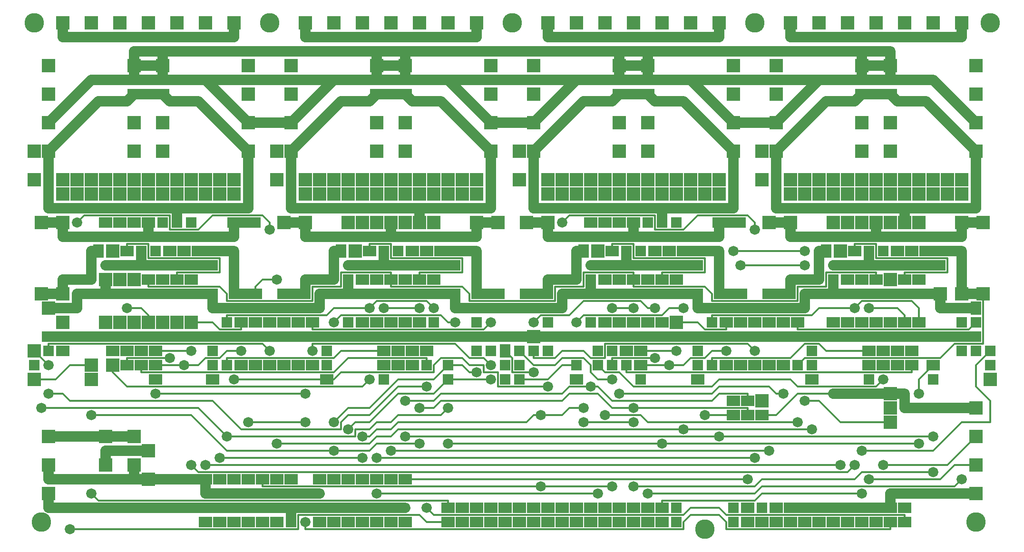
<source format=gbl>
%MOIN*%
%FSLAX25Y25*%
G04 D10 used for Character Trace; *
G04     Circle (OD=.00800) (No hole)*
G04 D11 used for Power Trace; *
G04     Circle (OD=.07200) (No hole)*
G04 D12 used for Signal Trace; *
G04     Circle (OD=.01200) (No hole)*
G04 D13 used for Via; *
G04     Circle (OD=.07200) (Round. Hole ID=.02000)*
G04 D14 used for Pad (shaved all sides); *
G04     Rect. (X=.07200, Y=.07200) (Round. Hole ID=.02700)*
G04 D15 used for Pad (shaved E/W); *
G04     Rect. (X=.07200, Y=.09200) (Round. Hole ID=.02700)*
G04 D16 used for Pad (shaved N/S); *
G04     Rect. (X=.09200, Y=.07200) (Round. Hole ID=.02700)*
G04 D17 used for Pad (not shaved); *
G04     Rect. (X=.09200, Y=.09200) (Round. Hole ID=.02700)*
G04 D18 used for Pad (shaved all sides); *
G04     Rect. (X=.07200, Y=.07200) (Round. Hole ID=.03400)*
G04 D19 used for Pad (shaved E/W); *
G04     Rect. (X=.07200, Y=.09200) (Round. Hole ID=.03400)*
G04 D20 used for Pad (shaved N/S); *
G04     Rect. (X=.09200, Y=.07200) (Round. Hole ID=.03400)*
G04 D21 used for Pad (not shaved); *
G04     Rect. (X=.09200, Y=.09200) (Round. Hole ID=.03400)*
G04 D22 used for Pad (shaved all sides); *
G04     Rect. (X=.07200, Y=.07200) (Round. Hole ID=.04400)*
G04 D23 used for Pad (shaved E/W); *
G04     Rect. (X=.07200, Y=.09200) (Round. Hole ID=.04400)*
G04 D24 used for Pad (shaved N/S); *
G04     Rect. (X=.09200, Y=.07200) (Round. Hole ID=.04400)*
G04 D25 used for Pad (not shaved); *
G04     Rect. (X=.09200, Y=.09200) (Round. Hole ID=.04400)*
G04 D26 used for Pad (shaved all sides); *
G04     Rect. (X=.07200, Y=.07200) (Round. Hole ID=.05150)*
G04 D27 used for Pad (shaved E/W); *
G04     Rect. (X=.07200, Y=.09200) (Round. Hole ID=.05150)*
G04 D28 used for Pad (shaved N/S); *
G04     Rect. (X=.09200, Y=.07200) (Round. Hole ID=.05150)*
G04 D29 used for Pad (not shaved); *
G04     Rect. (X=.09200, Y=.09200) (Round. Hole ID=.05150)*
G04 D30 used for Component hole; *
G04     Circle (OD=.09800) (Round. Hole ID=.07800)*
G04 D31 used for Component hole; *
G04     Circle (OD=.13700) (Round. Hole ID=.11700)*
G04 D32 used for Component hole; *
G04     Circle (OD=.16400) (Round. Hole ID=.14400)*
G04 D33 used for Component hole; *
G04     Circle (OD=.22500) (Round. Hole ID=.20500)*
%ADD10C,.00800*%
%ADD11C,.07200*%
%ADD12C,.01200*%
%ADD13C,.07200*%
%ADD14R,.07200X.07200*%
%ADD15R,.07200X.09200*%
%ADD16R,.09200X.07200*%
%ADD17R,.09200X.09200*%
%ADD18R,.07200X.07200*%
%ADD19R,.07200X.09200*%
%ADD20R,.09200X.07200*%
%ADD21R,.09200X.09200*%
%ADD22R,.07200X.07200*%
%ADD23R,.07200X.09200*%
%ADD24R,.09200X.07200*%
%ADD25R,.09200X.09200*%
%ADD26R,.07200X.07200*%
%ADD27R,.07200X.09200*%
%ADD28R,.09200X.07200*%
%ADD29R,.09200X.09200*%
%ADD30C,.09800*%
%ADD31C,.13700*%
%ADD32C,.16400*%
%ADD33C,.22500*%
%LPD*%
G90*X0Y0D02*D31*X15000Y20000D03*D11*              
X20000Y30000D02*X40000D01*D13*D03*D11*X60000D01*  
D13*D03*D11*X90000D01*D20*D03*D11*X190000D01*     
Y20000D01*D14*D03*D12*X35000Y15000D02*X195000D01* 
D13*X35000D03*D11*X20000Y30000D02*Y40000D01*D25*  
D03*D11*Y50000D02*X80000D01*X90000D01*D21*D03*D11*
X130000D01*D16*D03*D11*Y40000D01*X210000D01*D13*  
D03*D16*X220000Y50000D03*X210000D03*D12*          
X195000Y15000D02*Y25000D01*D13*X200000Y20000D03*  
D12*Y15000D01*X465000D01*Y20000D01*               
X470000Y25000D01*X490000D01*X495000Y20000D01*     
Y15000D01*X610000D01*Y20000D01*D20*D03*           
X620000Y30000D03*X600000D03*D11*X590000D01*D20*   
D03*D11*X580000D01*D20*D03*D11*X570000D01*D20*D03*
D11*X560000D01*D20*D03*D11*X550000D01*D20*D03*D11*
X540000D01*D20*D03*X550000Y20000D03*X530000D03*   
Y30000D03*X540000Y20000D03*D12*X515000Y45000D02*  
X520000Y50000D01*X430000Y45000D02*X515000D01*D13* 
X430000D03*X440000Y40000D03*D12*X515000D01*       
X520000Y45000D01*X655000D01*X660000Y50000D01*D13* 
D03*D25*X670000Y40000D03*D11*X650000D01*D13*D03*  
D11*X610000D01*Y30000D01*D20*D03*D11*X600000D01*  
D13*X590000Y40000D03*D12*X520000D01*              
X515000Y35000D01*X450000D01*Y30000D01*D20*D03*D18*
X460000Y20000D03*D20*X440000D03*D18*              
X460000Y30000D03*D20*X440000D03*X450000Y20000D03* 
D12*X290000Y25000D02*X465000D01*X290000D02*       
X285000Y30000D01*D13*D03*D12*Y20000D02*           
X280000Y25000D01*X285000Y20000D02*X300000D01*D20* 
D03*X310000Y30000D03*Y20000D03*X300000Y30000D03*  
D12*Y35000D01*X55000D01*X50000Y40000D01*D13*D03*  
D17*X60000Y60000D03*D11*Y70000D01*X90000D01*D21*  
D03*X80000Y80000D03*D11*X60000D01*D17*D03*D11*    
X20000D01*D25*D03*Y60000D03*D11*Y50000D01*D13*    
X50000Y95000D03*D12*X120000D01*X145000Y70000D01*  
X220000D01*D13*D03*D12*X245000D01*                
X250000Y75000D01*X280000D01*D13*D03*              
X270000Y80000D03*D12*X490000D01*D13*D03*D12*      
X640000D01*D13*D03*D12*X590000Y70000D02*          
X640000D01*D13*X590000D03*X585000Y60000D03*D12*   
X580000Y55000D01*X125000D01*X120000Y60000D01*D13* 
D03*X130000D03*D12*X575000D01*D13*D03*D12*        
X520000Y50000D02*X585000D01*D13*X510000D03*D12*   
X270000D01*D16*D03*X260000D03*D13*                
X250000Y65000D03*D12*X515000D01*D13*D03*          
X525000Y70000D03*D12*X260000D01*D13*D03*D12*      
X245000Y75000D02*X250000Y80000D01*                
X180000Y75000D02*X245000D01*D13*X180000D03*       
X160000Y90000D03*D12*X200000D01*D13*D03*          
X220000D03*D12*X230000Y100000D01*X245000D01*      
X265000Y120000D01*X290000D01*X300000Y130000D01*   
D14*D03*D12*X310000D01*X315000Y125000D01*         
X320000D01*D13*D03*D12*X325000D02*Y130000D01*     
Y125000D02*X335000D01*Y115000D01*X370000D01*D13*  
D03*D12*X350000Y120000D02*X370000D01*D14*         
X350000D03*D12*X345000Y125000D02*X360000D01*D13*  
D03*D12*Y130000D02*X375000D01*X380000Y135000D01*  
X395000D01*X400000Y130000D01*Y125000D01*          
X405000Y120000D01*X415000D01*D13*D03*D12*         
X430000Y115000D02*X420000Y125000D01*              
X430000Y115000D02*X485000D01*X490000Y120000D01*   
X540000D01*X545000Y115000D01*X600000D01*          
X605000Y120000D01*D13*D03*D20*X615000Y130000D03*  
D16*X595000D03*D20*X605000D03*D14*                
X595000Y120000D03*D21*X610000Y110000D03*D11*      
X570000D01*D13*D03*D12*X545000D01*                
X530000Y95000D01*X520000D01*D20*D03*              
X510000Y105000D03*D12*Y110000D01*X490000D01*      
X485000Y105000D01*X415000D01*X405000Y115000D01*   
X400000D01*D13*D03*D12*X385000D01*                
X380000Y110000D01*X295000D01*X290000Y105000D01*   
X270000D01*D13*D03*D12*X245000Y90000D02*          
X265000Y110000D01*X235000Y90000D02*X245000D01*    
X230000Y85000D02*X235000Y90000D01*D13*            
X230000Y85000D03*D12*X145000Y80000D02*X235000D01* 
D13*X145000D03*D12*X125000Y100000D01*X15000D01*   
D13*D03*X20000Y110000D03*D12*X30000D01*           
X35000Y105000D01*X135000D01*X155000Y85000D01*     
X225000D01*Y90000D01*X230000Y95000D01*X245000D01* 
X265000Y115000D01*X285000D01*D13*D03*D12*         
X265000Y110000D02*X290000D01*D14*                 
X255000Y120000D03*D13*X280000Y100000D03*D12*      
X290000D01*X295000Y105000D01*X380000D01*          
X385000Y110000D01*X405000D01*X415000Y100000D01*   
X430000D01*D13*D03*D12*X510000D01*Y95000D01*D20*  
D03*D21*X520000Y105000D03*D20*X500000D03*         
Y95000D03*D12*X480000D01*D13*D03*D12*             
X420000Y110000D02*X485000D01*D13*X420000D03*D12*  
X440000Y90000D02*X435000Y95000D01*                
X440000Y90000D02*X545000D01*D13*D03*              
X555000Y85000D03*D12*X465000D01*D13*D03*D12*      
X265000D01*X260000Y80000D01*X250000D01*           
X235000Y85000D02*X245000D01*X235000Y80000D02*     
Y85000D01*D13*X240000Y80000D03*D12*X245000D01*    
X250000Y85000D01*X260000D01*X265000Y90000D01*     
X355000D01*X360000Y95000D01*X365000D01*D13*D03*   
D12*X380000D01*X385000Y100000D01*X395000D01*D13*  
D03*Y90000D03*D12*X430000D01*D13*D03*D12*         
X410000Y95000D02*X435000D01*D13*X410000D03*D14*   
X435000Y120000D03*D16*X390000D03*D12*             
X425000Y125000D02*X625000D01*Y130000D01*D20*D03*  
X615000Y140000D03*X625000D03*D12*                 
X630000Y110000D02*Y120000D01*D13*Y110000D03*D14*  
X640000Y120000D03*D11*X620000Y100000D02*          
X670000D01*D25*D03*D12*X660000Y90000D02*          
X680000D01*X640000Y70000D02*X660000Y90000D01*     
X605000Y60000D02*X650000D01*D13*X605000D03*       
X595000Y50000D03*D12*X645000D01*X655000Y60000D01* 
X670000D01*D25*D03*Y80000D03*D12*X650000Y60000D01*
D13*X640000Y55000D03*D12*X590000D01*              
X585000Y50000D01*D20*X560000Y20000D03*X570000D03* 
X580000D03*X590000D03*X600000D03*X620000D03*D12*  
Y25000D01*X495000D01*X490000Y30000D01*X470000D01* 
X465000Y25000D01*D31*X480000Y15000D03*D18*        
X500000Y20000D03*D20*X430000Y30000D03*D18*        
X500000D03*D20*X430000Y20000D03*X510000D03*       
X420000Y30000D03*X510000D03*X420000Y20000D03*D13* 
X415000Y45000D03*D12*X365000D01*D13*D03*D12*      
X170000D01*Y50000D01*D16*D03*X180000D03*          
X160000D03*D11*X190000Y30000D02*X270000D01*D13*   
D03*D16*X260000Y20000D03*D12*X195000Y25000D02*    
X280000D01*D16*X210000Y20000D03*X180000D03*       
X220000D03*X190000Y50000D03*X170000Y20000D03*     
X230000D03*X160000D03*X230000Y50000D03*X150000D03*
X240000Y20000D03*X150000D03*X240000Y50000D03*D13* 
Y65000D03*D12*X140000D01*D13*D03*D16*Y50000D03*   
D13*X95000Y110000D03*D12*X200000D01*D13*D03*D16*  
X215000Y120000D03*D12*X150000D01*D13*D03*D16*     
X155000Y130000D03*D14*X145000D03*D12*Y135000D01*  
X220000D01*X225000Y140000D01*X255000D01*D16*D03*  
D20*X265000Y130000D03*D13*X260000Y150000D03*D11*  
X230000D01*D13*D03*D11*X215000D01*D13*D03*D11*    
X165000D01*D13*D03*D11*X130000D01*D13*D03*D11*    
X60000D01*D13*D03*D11*X20000D01*D16*D03*D12*      
Y140000D02*Y145000D01*D18*Y140000D03*D12*         
Y145000D02*X170000D01*X175000Y140000D01*D13*D03*  
D16*X185000Y130000D03*X165000D03*X175000D03*      
X195000Y160000D03*X155000D03*D12*Y155000D01*      
X140000D01*X135000Y160000D01*X120000D01*D17*D03*  
X110000D03*D11*X135000Y170000D02*X165000D01*D13*  
D03*D11*X210000D01*Y180000D01*D13*D03*D11*        
X230000D01*X305000D01*D14*D03*D11*Y170000D01*     
X330000D01*D16*D03*D11*X360000D01*D14*D03*D11*    
X380000D01*Y180000D01*D13*D03*D11*X400000D01*     
X475000D01*D14*D03*D11*Y170000D01*X505000D01*D13* 
D03*D11*X525000D01*D13*D03*D11*X550000D01*        
Y180000D01*D13*D03*D11*X570000D01*X645000D01*D17* 
D03*D11*Y170000D01*X650000D01*D13*D03*D11*        
X670000D01*D15*D03*D21*X660000Y180000D03*D11*     
X675000D01*D21*D03*D12*Y145000D01*X655000D01*     
X645000Y135000D01*X550000D01*X545000Y130000D01*   
D14*D03*D12*X485000Y135000D02*X540000D01*         
X485000Y130000D02*Y135000D01*D14*Y130000D03*D12*  
X470000Y135000D02*X480000D01*X465000Y130000D02*   
X470000Y135000D01*X455000Y130000D02*X465000D01*   
D13*X455000D03*D12*X435000D01*D16*D03*D20*        
X425000Y140000D03*D16*X435000D03*D12*X460000D01*  
D13*D03*D14*X475000Y130000D03*Y140000D03*D13*     
X445000Y135000D03*D12*X415000D01*Y130000D01*D18*  
D03*D12*X410000Y125000D02*X420000D01*X410000D02*  
X405000Y130000D01*D18*D03*D12*X400000Y135000D02*  
X410000D01*X400000D02*X395000Y140000D01*          
X380000D01*X375000Y135000D01*X360000D01*          
Y140000D01*D18*D03*D14*X350000Y130000D03*D18*     
X370000Y140000D03*D17*X360000Y150000D03*D11*      
X330000D01*D14*D03*D11*X260000D01*D16*            
X270000Y160000D03*X250000D03*X260000D03*D20*      
X265000Y140000D03*X275000D03*D13*                 
X280000Y170000D03*D12*X255000D01*D13*D03*D12*     
X245000D02*X250000Y175000D01*D13*                 
X245000Y170000D03*D12*X220000D01*                 
X215000Y165000D01*X145000D01*Y160000D01*D14*D03*  
D11*X135000Y170000D02*Y180000D01*D14*D03*D11*     
X60000D01*X40000D01*D13*D03*D11*Y170000D01*       
X20000D01*D17*D03*X30000Y160000D03*D21*Y180000D03*
D11*X15000D01*D21*D03*D11*X30000D02*Y190000D01*   
X50000D01*Y210000D01*X55000D01*D23*D03*D25*       
X65000D03*D13*X60000Y200000D03*D11*X85000D01*     
X135000D01*D14*D03*D12*X110000Y195000D02*         
X140000D01*X110000Y190000D02*Y195000D01*D16*      
Y190000D03*X120000D03*X100000D03*D24*             
X125000Y210000D03*D11*X150000D01*Y180000D01*D18*  
D03*D11*X165000D01*D20*D03*D12*Y185000D01*        
X170000Y190000D01*X180000D01*D13*D03*D20*         
X185000Y180000D03*D11*X200000D01*D18*D03*D11*     
Y190000D01*X220000D01*Y210000D01*X225000D01*D23*  
D03*D25*X235000D03*D13*X230000Y200000D03*D11*     
X255000D01*X305000D01*D14*D03*D12*                
X280000Y195000D02*X310000D01*X280000Y190000D02*   
Y195000D01*D16*Y190000D03*X290000D03*X270000D03*  
D12*X290000Y170000D02*X285000Y175000D01*D13*      
X290000Y170000D03*D12*X300000Y160000D02*          
X295000Y165000D01*X300000Y160000D02*X305000D01*   
D13*D03*D12*X225000Y165000D02*X295000D01*         
X220000Y160000D02*X225000Y165000D01*D13*          
X220000Y160000D03*D14*X230000D03*D12*             
X145000Y175000D02*X205000D01*X145000D02*          
Y180000D01*X140000Y185000D01*X90000D01*Y190000D01*
D16*D03*D17*X80000D03*D11*X85000Y200000D02*       
Y210000D01*D22*D03*D12*X90000Y205000D02*          
X140000D01*Y195000D01*D24*X115000Y210000D03*D11*  
X90000Y220000D02*X150000D01*X30000D02*X90000D01*  
X30000D02*Y230000D01*D21*D03*D11*X15000D01*D21*   
D03*D11*X20000Y240000D02*X110000D01*Y230000D01*   
D22*D03*D12*X105000Y225000D02*Y235000D01*         
Y225000D02*X125000D01*X135000Y235000D01*          
X170000D01*X175000Y230000D01*Y225000D01*D13*D03*  
D18*X165000Y230000D03*D11*X150000D01*D20*D03*D11* 
Y220000D01*X110000Y240000D02*X160000D01*D12*      
X45000Y235000D02*X105000D01*X40000Y230000D02*     
X45000Y235000D01*D13*X40000Y230000D03*D21*        
X60000Y250000D03*X50000D03*D11*X20000Y240000D02*  
Y280000D01*D21*D03*D11*X55000Y315000D01*D13*D03*  
D11*X75000D01*X80000Y320000D01*D20*D03*D11*       
X100000D01*D20*D03*D11*X105000Y315000D01*         
X125000D01*D13*D03*D11*X160000Y280000D01*D21*D03* 
D11*Y240000D01*D21*X150000Y250000D03*D17*         
X180000Y260000D03*D21*X140000D03*Y250000D03*      
X150000Y260000D03*X185000Y230000D03*D11*          
X200000D01*D21*D03*D11*Y220000D01*X260000D01*     
X320000D01*Y230000D01*D21*D03*D11*X335000D01*D21* 
D03*D11*X280000Y240000D02*X330000D01*             
X280000Y230000D02*Y240000D01*D25*Y230000D03*      
X290000D03*D11*X190000Y240000D02*X280000D01*      
X190000D02*Y280000D01*D21*D03*D11*                
X225000Y315000D01*D13*D03*D11*X245000D01*         
X250000Y320000D01*D20*D03*D11*X270000D01*D20*D03* 
D11*X275000Y315000D01*X295000D01*D13*D03*D11*     
X330000Y280000D01*D21*D03*D11*Y240000D01*D21*     
X320000Y250000D03*D17*X350000Y260000D03*D21*      
X310000D03*Y250000D03*X320000Y260000D03*          
X355000Y230000D03*D11*X370000D01*D21*D03*D11*     
Y220000D01*X430000D01*X490000D01*Y230000D01*D20*  
D03*D11*X505000D01*D18*D03*D12*X515000D02*        
X510000Y235000D01*X515000Y225000D02*Y230000D01*   
D13*Y225000D03*D21*X525000Y230000D03*D11*         
X540000D01*D21*D03*D11*Y220000D01*X600000D01*     
X660000D01*Y230000D01*D21*D03*D11*X675000D01*D21* 
D03*D11*X620000Y240000D02*X670000D01*             
X620000Y230000D02*Y240000D01*D25*Y230000D03*      
X630000D03*D11*X530000Y240000D02*X620000D01*      
X530000D02*Y280000D01*D21*D03*D11*                
X565000Y315000D01*D13*D03*D11*X585000D01*         
X590000Y320000D01*D20*D03*D11*X610000D01*D20*D03* 
D11*X615000Y315000D01*X635000D01*D13*D03*D11*     
X670000Y280000D01*D21*D03*D11*Y240000D01*D21*     
X660000Y250000D03*X650000Y260000D03*Y250000D03*   
X660000Y260000D03*X640000D03*Y250000D03*D11*      
X660000Y180000D02*Y210000D01*D12*                 
X620000Y195000D02*X650000D01*X620000Y190000D02*   
Y195000D01*D16*Y190000D03*X630000D03*D17*         
X610000D03*D12*X630000Y170000D02*                 
X625000Y175000D01*X630000Y160000D02*Y170000D01*   
D16*Y160000D03*D12*X620000D02*Y165000D01*D16*     
Y160000D03*D12*Y165000D02*X615000Y170000D01*      
X595000D01*D13*D03*D12*X585000D02*                
X590000Y175000D01*D13*X585000Y170000D03*D12*      
X560000D01*X555000Y165000D01*X485000D01*          
Y160000D01*D14*D03*D12*X480000Y155000D02*         
X495000D01*Y160000D01*D16*D03*D13*                
X505000Y150000D03*D11*X475000D01*D13*D03*D11*     
X400000D01*D13*D03*D11*X390000D01*D13*D03*D11*    
X360000D01*D14*X370000Y160000D03*D18*             
X350000Y140000D03*D12*X360000Y130000D01*          
X370000Y120000D02*X380000Y130000D01*X390000D01*   
D14*D03*D18*X405000Y140000D03*D12*                
X410000Y135000D02*Y145000D01*X510000D01*          
X515000Y140000D01*D13*D03*D16*X525000Y130000D03*  
D11*X505000Y150000D02*X555000D01*D13*D03*D11*     
X570000D01*D13*D03*D11*X600000D01*D13*D03*D11*    
X670000D01*D14*D03*D12*X545000Y155000D02*         
X665000D01*X545000D02*Y160000D01*D16*D03*         
X535000D03*D12*X565000Y140000D02*                 
X560000Y145000D01*X565000Y140000D02*X595000D01*   
D16*D03*D20*X605000D03*D16*X610000Y160000D03*     
X600000D03*X590000D03*X580000D03*X570000D03*D11*  
X610000Y110000D02*X620000D01*D13*D03*D11*         
Y100000D01*D21*X610000Y90000D03*D12*X575000D01*   
X560000Y105000D01*X550000D01*D13*D03*D16*         
X555000Y120000D03*D13*X535000Y110000D03*D12*      
X530000D01*X525000Y115000D01*X490000D01*          
X485000Y110000D01*D16*X475000Y120000D03*          
X505000Y130000D03*X495000D03*D12*                 
X480000Y135000D02*X485000Y140000D01*X495000D01*   
D13*D03*D12*X480000Y155000D02*X475000Y160000D01*  
X460000D01*D17*D03*D13*X465000Y170000D03*D12*     
X455000D01*X450000Y165000D01*X395000D01*          
X390000Y160000D01*D13*D03*D12*X365000Y165000D02*  
X385000D01*X360000Y160000D02*X365000Y165000D01*   
D13*X360000Y160000D03*D12*X315000Y175000D02*      
X375000D01*X315000D02*Y180000D01*                 
X310000Y185000D01*X260000D01*Y190000D01*D16*D03*  
D12*Y195000D01*X225000D01*Y185000D01*X205000D01*  
Y175000D01*D16*Y160000D03*D12*Y155000D01*         
X325000D01*X330000Y160000D01*D13*D03*D14*         
X320000D03*D18*Y140000D03*D20*X335000Y180000D03*  
D11*X320000D01*D18*D03*D11*Y210000D01*X295000D01* 
D24*D03*X285000D03*D12*X310000Y195000D02*         
Y205000D01*X260000D01*Y215000D01*X245000D01*      
Y210000D01*D24*D03*D11*X255000Y200000D02*         
Y210000D01*D22*D03*D11*X260000Y220000D02*         
Y230000D01*D25*D03*X270000D03*X250000D03*D21*     
X280000Y250000D03*X240000D03*X270000D03*          
X260000D03*D25*X240000Y230000D03*D22*             
X265000Y210000D03*D21*X250000Y250000D03*D24*      
X275000Y210000D03*D21*X290000Y260000D03*          
X230000D03*X280000D03*X230000Y250000D03*          
X270000Y260000D03*X260000D03*D25*                 
X230000Y230000D03*D21*X250000Y260000D03*          
X290000Y250000D03*X240000Y260000D03*X220000D03*   
D14*X230000Y190000D03*D11*Y180000D01*D16*         
X240000Y190000D03*D12*X250000Y175000D02*          
X285000D01*D16*X280000Y160000D03*D14*X290000D03*  
D12*X315000Y135000D02*X305000Y145000D01*          
X315000Y135000D02*X325000D01*X330000Y130000D01*   
D13*D03*D12*X315000D02*X325000D01*X315000D02*     
X310000Y135000D01*X295000D01*X290000Y130000D01*   
Y125000D01*X225000D01*X220000Y120000D01*          
X215000D01*X85000Y125000D02*X220000D01*X85000D02* 
Y130000D01*D20*D03*D16*X95000Y120000D03*          
Y140000D03*D12*X120000D01*D13*D03*D12*            
X125000Y130000D02*X130000Y135000D01*              
X115000Y130000D02*X125000D01*D13*X115000D03*D12*  
X95000D01*D16*D03*D20*X85000Y140000D03*D13*       
X105000Y135000D03*D12*X75000D01*Y130000D01*D20*   
D03*X65000Y140000D03*X75000D03*D21*               
X65000Y130000D03*D12*Y125000D01*X75000Y115000D01* 
X240000D01*X245000Y120000D01*D13*D03*D16*         
X255000Y130000D03*D12*X220000Y125000D02*          
X230000Y135000D01*D14*X215000Y130000D03*D12*      
X230000Y135000D02*X285000D01*Y130000D01*D18*D03*  
D20*Y140000D03*X275000Y130000D03*D14*             
X300000Y120000D03*D12*X290000Y110000D01*D13*      
X300000Y100000D03*D12*X295000Y95000D01*X265000D01*
X260000Y90000D01*X250000D01*X245000Y85000D01*D16* 
X250000Y50000D03*D13*Y40000D03*D12*X405000D01*D13*
D03*D20*X400000Y30000D03*X410000D03*X390000D03*   
Y20000D03*X400000D03*X410000D03*X380000Y30000D03* 
Y20000D03*X370000Y30000D03*Y20000D03*             
X360000Y30000D03*Y20000D03*D13*X450000Y75000D03*  
D12*X300000D01*D13*D03*D14*X340000Y120000D03*D13* 
X330000D03*D12*X300000D01*X205000Y145000D02*      
X305000D01*X205000Y140000D02*Y145000D01*D13*      
Y140000D03*D16*X195000Y130000D03*D14*             
X215000Y140000D03*D16*X205000Y130000D03*          
X185000Y160000D03*X175000D03*X240000D03*          
X165000D03*X250000Y190000D03*D13*                 
X155000Y140000D03*D12*X145000D01*                 
X140000Y135000D01*X130000D01*D14*                 
X135000Y130000D03*Y140000D03*D16*Y120000D03*D17*  
X100000Y160000D03*D12*X90000D02*Y165000D01*D17*   
Y160000D03*D12*Y165000D02*X85000Y170000D01*       
X75000D01*D13*D03*D17*X70000Y160000D03*X80000D03* 
D11*X60000Y180000D02*Y190000D01*D17*D03*X70000D03*
D24*X75000Y210000D03*D12*Y215000D01*X90000D01*    
Y205000D01*D22*X95000Y210000D03*D11*              
X90000Y220000D02*Y230000D01*D24*D03*D22*          
X100000D03*D24*X80000D03*D21*X110000Y250000D03*   
X70000D03*X100000D03*X90000D03*D24*               
X70000Y230000D03*D21*X80000Y250000D03*D24*        
X105000Y210000D03*D21*X120000Y260000D03*X60000D03*
X110000D03*X100000D03*D22*X120000Y230000D03*D21*  
X90000Y260000D03*D24*X60000Y230000D03*D21*        
X80000Y260000D03*X120000Y250000D03*               
X70000Y260000D03*X50000D03*X130000Y250000D03*     
Y260000D03*X40000D03*Y250000D03*X100000Y280000D03*
X80000D03*X30000Y260000D03*Y250000D03*            
X160000Y300000D03*D11*X190000D01*D21*D03*D11*     
X220000Y330000D01*X130000D01*X160000Y300000D01*   
D17*X180000Y280000D03*D21*X160000Y320000D03*D11*  
X100000Y330000D02*X130000D01*X80000D02*X100000D01*
X50000D02*X80000D01*X20000Y300000D02*             
X50000Y330000D01*D21*X20000Y300000D03*D17*        
X10000Y280000D03*D21*X20000Y320000D03*D17*        
X10000Y260000D03*D21*X20000Y340000D03*D13*        
X55000Y360000D03*D11*X30000D01*Y370000D01*D25*D03*
X50000D03*D31*X10000D03*D11*X55000Y360000D02*     
X125000D01*D13*D03*D11*X150000D01*Y370000D01*D25* 
D03*X130000D03*D31*X175000D03*D21*                
X160000Y340000D03*X190000D03*D25*                 
X110000Y370000D03*D11*X200000Y360000D02*          
X225000D01*D13*D03*D11*X295000D01*D13*D03*D11*    
X320000D01*Y370000D01*D25*D03*X300000D03*D31*     
X345000D03*D21*X330000Y340000D03*X360000D03*D11*  
X330000Y300000D02*X300000Y330000D01*D21*          
X330000Y300000D03*D11*X360000D01*D21*D03*D11*     
X390000Y330000D01*X300000D01*X270000D01*          
X250000D01*X220000D01*D21*X250000Y300000D03*D11*  
Y330000D02*Y340000D01*D21*D03*D11*X270000D01*D21* 
D03*D11*Y330000D01*Y340000D02*Y350000D01*         
X250000D01*Y340000D01*X100000Y350000D02*          
X250000D01*X100000Y340000D02*Y350000D01*D21*      
Y340000D03*D11*Y330000D01*X80000Y340000D02*       
X100000D01*D21*X80000D03*D11*Y330000D01*          
Y340000D02*Y350000D01*X100000D01*D25*             
X90000Y370000D03*X70000D03*D21*X80000Y300000D03*  
X100000D03*X190000Y320000D03*X200000Y250000D03*   
Y260000D03*D11*Y360000D02*Y370000D01*D25*D03*     
X220000D03*X240000D03*X260000D03*D21*             
X270000Y300000D03*D11*Y350000D02*X420000D01*      
Y340000D01*D21*D03*D11*Y330000D01*X390000D01*D13* 
X395000Y315000D03*D11*X360000Y280000D01*D21*D03*  
D11*Y240000D01*X450000D01*Y230000D01*D22*D03*D12* 
X445000Y225000D02*Y235000D01*Y225000D02*          
X465000D01*X475000Y235000D01*X510000D01*D11*      
X450000Y240000D02*X500000D01*D12*                 
X385000Y235000D02*X445000D01*X380000Y230000D02*   
X385000Y235000D01*D13*X380000Y230000D03*D21*      
X400000Y250000D03*X390000D03*D24*                 
X400000Y230000D03*D21*X380000Y250000D03*          
X370000D03*D11*X390000Y190000D02*Y210000D01*      
X370000Y190000D02*X390000D01*X370000Y180000D02*   
Y190000D01*D18*Y180000D03*D11*X355000D01*D20*D03* 
D12*X375000Y175000D02*Y185000D01*X395000D01*      
Y195000D01*X430000D01*Y190000D01*D16*D03*D12*     
Y185000D01*X480000D01*X485000Y180000D01*          
Y175000D01*X545000D01*Y185000D01*X565000D01*      
Y195000D01*X600000D01*Y190000D01*D16*D03*         
X590000D03*D11*X570000Y200000D02*X595000D01*D13*  
X570000D03*D16*X580000Y190000D03*D11*X560000D02*  
Y210000D01*X540000Y190000D02*X560000D01*          
X540000Y180000D02*Y190000D01*D18*Y180000D03*D11*  
X525000D01*D20*D03*D13*X505000Y200000D03*D12*     
X550000D01*D13*D03*D11*X560000Y210000D02*         
X565000D01*D23*D03*D25*X575000D03*D13*X550000D03* 
D12*X500000D01*D13*D03*D11*X490000Y180000D02*     
Y210000D01*D18*Y180000D03*D11*X505000D01*D20*D03* 
D16*X525000Y160000D03*X505000D03*X515000D03*D12*  
X480000Y195000D02*Y205000D01*X450000Y195000D02*   
X480000D01*X450000Y190000D02*Y195000D01*D16*      
Y190000D03*X460000D03*X440000D03*D12*Y170000D02*  
X435000Y175000D01*X440000Y170000D02*X445000D01*   
D13*D03*D12*X395000Y175000D02*X435000D01*         
X385000Y165000D02*X395000Y175000D01*D11*          
X400000Y180000D02*Y190000D01*D14*D03*D16*         
X410000D03*D13*X400000Y200000D03*D11*X425000D01*  
X475000D01*D14*D03*D12*X430000Y205000D02*         
X480000D01*X430000D02*Y215000D01*X415000D01*      
Y210000D01*D24*D03*D11*X425000Y200000D02*         
Y210000D01*D22*D03*D11*X430000Y220000D02*         
Y230000D01*D24*D03*D22*X440000D03*D24*X420000D03* 
D21*X450000Y250000D03*X410000D03*X440000D03*      
X430000D03*D24*X410000Y230000D03*D22*             
X435000Y210000D03*D21*X420000Y250000D03*D24*      
X445000Y210000D03*X455000D03*D25*X405000D03*D21*  
X460000Y260000D03*X400000D03*X450000D03*          
X440000D03*D22*X460000Y230000D03*D21*             
X430000Y260000D03*X420000D03*X460000Y250000D03*   
X410000Y260000D03*D24*X465000Y210000D03*D11*      
X490000D01*X500000Y240000D02*Y280000D01*D21*D03*  
D11*X465000Y315000D01*D13*D03*D11*X445000D01*     
X440000Y320000D01*D20*D03*D11*X420000D01*D20*D03* 
D11*X415000Y315000D01*X395000D01*                 
X420000Y340000D02*X440000D01*D21*D03*D11*         
Y330000D01*X420000D01*X440000Y340000D02*          
Y350000D01*X420000D01*X440000Y330000D02*          
X470000D01*X500000Y300000D01*D21*D03*D11*         
X530000D01*D21*D03*D11*X560000Y330000D01*         
X470000D01*D21*X440000Y300000D03*D11*             
X465000Y360000D02*X490000D01*D13*X465000D03*D11*  
X395000D01*D13*D03*D11*X370000D01*Y370000D01*D25* 
D03*X390000D03*X410000D03*D21*X330000Y320000D03*  
X360000D03*D25*X430000Y370000D03*D11*             
X440000Y350000D02*X590000D01*Y340000D01*D21*D03*  
D11*Y330000D01*X560000D01*D21*X590000Y300000D03*  
X530000Y340000D03*D13*X565000Y360000D03*D11*      
X540000D01*Y370000D01*D25*D03*X560000D03*D11*     
X565000Y360000D02*X635000D01*D13*D03*D11*         
X660000D01*Y370000D01*D25*D03*D31*X680000D03*D25* 
X640000D03*D21*X670000Y340000D03*D11*Y300000D02*  
X640000Y330000D01*D21*X670000Y300000D03*          
Y320000D03*D11*X610000Y330000D02*X640000D01*      
X590000D02*X610000D01*X590000Y340000D02*          
X610000D01*D21*D03*D11*Y330000D01*Y340000D02*     
Y350000D01*X590000D01*D25*X600000Y370000D03*      
X580000D03*X620000D03*D21*X610000Y300000D03*      
X530000Y320000D03*D17*X520000Y280000D03*D21*      
X590000D03*X610000D03*D31*X515000Y370000D03*D17*  
X520000Y260000D03*D21*X540000D03*X550000D03*      
X560000D03*X570000D03*X580000D03*X590000D03*      
X500000Y340000D03*X600000Y260000D03*X610000D03*   
X500000Y320000D03*X620000Y260000D03*X630000D03*   
X490000Y250000D03*X540000D03*X550000D03*          
X560000D03*D25*X490000Y370000D03*D11*Y360000D01*  
D25*X470000Y370000D03*X450000D03*D21*             
X420000Y300000D03*Y280000D03*X440000D03*          
X390000Y260000D03*X470000D03*X480000D03*          
X490000D03*X600000Y250000D03*X470000D03*          
X480000D03*X570000D03*X580000D03*                 
X380000Y260000D03*X590000Y250000D03*X610000D03*   
X370000Y260000D03*X620000Y250000D03*D25*          
X570000Y230000D03*X580000D03*X590000D03*          
X600000D03*D11*Y220000D01*D12*Y205000D02*         
Y215000D01*Y205000D02*X650000D01*Y195000D01*D14*  
X645000Y200000D03*D11*X595000D01*Y210000D01*D22*  
D03*D12*X585000Y215000D02*X600000D01*             
X585000Y210000D02*Y215000D01*D24*Y210000D03*D14*  
X570000Y190000D03*D11*Y180000D01*D12*             
X590000Y175000D02*X625000D01*D18*                 
X660000Y140000D03*D11*X635000Y210000D02*          
X660000D01*D24*X635000D03*X625000D03*X615000D03*  
D25*X610000Y230000D03*D22*X605000Y210000D03*D21*  
X630000Y250000D03*D14*X660000Y160000D03*          
X670000D03*D12*X665000Y155000D01*D18*             
X680000Y140000D03*D12*X670000Y130000D01*          
Y115000D01*X680000Y105000D01*Y90000D01*D17*       
Y120000D03*D16*X640000Y130000D03*D12*             
X630000Y120000D01*D21*X610000Y100000D03*D18*      
X670000Y140000D03*D13*X630000Y75000D03*D12*       
X450000D01*X425000Y125000D02*Y130000D01*D18*D03*  
X415000Y140000D03*D16*X450000Y160000D03*          
X440000D03*X430000D03*X420000D03*X410000D03*D14*  
X400000D03*D13*X430000Y170000D03*D12*X415000D01*  
D13*D03*D16*X420000Y190000D03*D23*                
X395000Y210000D03*D11*X390000D01*D18*             
X330000Y140000D03*D19*X340000D03*D12*             
X345000Y135000D01*Y125000D01*D14*                 
X340000Y130000D03*D20*X320000Y30000D03*X330000D03*
X340000D03*X350000D03*D16*X250000Y20000D03*       
X270000D03*D20*X320000D03*X330000D03*X340000D03*  
X350000D03*D21*X220000Y250000D03*X300000D03*      
X210000Y260000D03*Y250000D03*X300000Y260000D03*   
D17*X350000Y280000D03*D21*X270000D03*X250000D03*  
D16*X515000Y130000D03*D20*X520000Y20000D03*D18*   
Y30000D03*D16*X535000Y130000D03*D12*              
X540000Y135000D02*X550000Y145000D01*X560000D01*   
D14*X555000Y140000D03*Y130000D03*X680000D03*D31*  
X670000Y20000D03*D25*X280000Y370000D03*D16*       
X140000Y20000D03*X130000D03*D21*X80000Y60000D03*  
D11*Y50000D01*D17*X10000Y120000D03*D12*X25000D01* 
X35000Y130000D01*X50000D01*D17*D03*Y120000D03*D20*
X30000Y140000D03*D17*X60000Y160000D03*D13*        
X20000Y130000D03*D12*X10000Y140000D01*D21*D03*D14*
Y130000D03*M02*                                   

</source>
